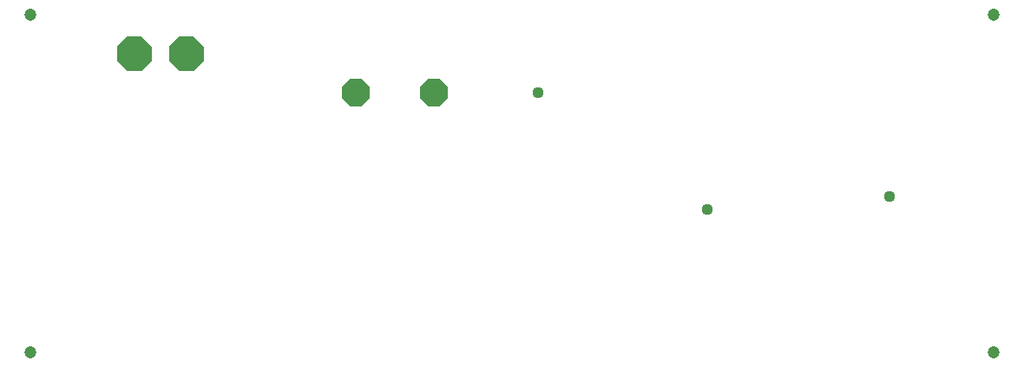
<source format=gbs>
G04 EAGLE Gerber RS-274X export*
G75*
%MOMM*%
%FSLAX34Y34*%
%LPD*%
%INBottom Solder Mask*%
%IPPOS*%
%AMOC8*
5,1,8,0,0,1.08239X$1,22.5*%
G01*
%ADD10C,1.203200*%
%ADD11P,3.629037X8X292.500000*%
%ADD12P,2.969212X8X202.500000*%
%ADD13C,1.117600*%


D10*
X25400Y355600D03*
X25400Y25400D03*
X965200Y25400D03*
X965200Y355600D03*
D11*
X127000Y317500D03*
X177800Y317500D03*
D12*
X419100Y279400D03*
X342900Y279400D03*
D13*
X685800Y165100D03*
X863600Y177800D03*
X520700Y279400D03*
M02*

</source>
